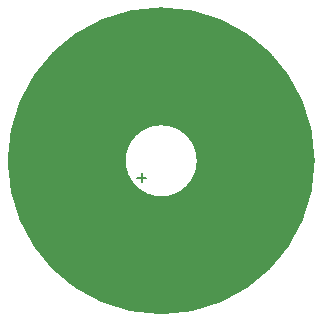
<source format=gbr>
%TF.GenerationSoftware,KiCad,Pcbnew,8.0.5*%
%TF.CreationDate,2024-11-25T09:23:58-07:00*%
%TF.ProjectId,NoteDetector,4e6f7465-4465-4746-9563-746f722e6b69,rev?*%
%TF.SameCoordinates,Original*%
%TF.FileFunction,Legend,Bot*%
%TF.FilePolarity,Positive*%
%FSLAX46Y46*%
G04 Gerber Fmt 4.6, Leading zero omitted, Abs format (unit mm)*
G04 Created by KiCad (PCBNEW 8.0.5) date 2024-11-25 09:23:58*
%MOMM*%
%LPD*%
G01*
G04 APERTURE LIST*
%ADD10C,10.000000*%
%ADD11C,0.150000*%
%ADD12C,0.120000*%
G04 APERTURE END LIST*
D10*
X8000000Y0D02*
G75*
G02*
X-8000000Y0I-8000000J0D01*
G01*
X-8000000Y0D02*
G75*
G02*
X8000000Y0I8000000J0D01*
G01*
D11*
X-1269048Y-1423866D02*
X-2030953Y-1423866D01*
X-1650000Y-1804819D02*
X-1650000Y-1042914D01*
D12*
%TO.C,D1*%
X-1450000Y3650000D02*
G75*
G02*
X-1650000Y3650000I-100000J0D01*
G01*
X-1650000Y3650000D02*
G75*
G02*
X-1450000Y3650000I100000J0D01*
G01*
%TD*%
M02*

</source>
